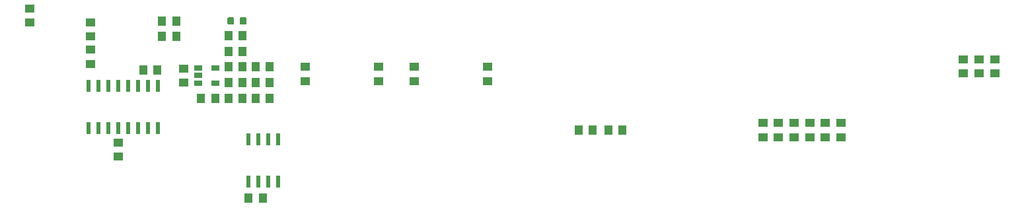
<source format=gbp>
G04 #@! TF.GenerationSoftware,KiCad,Pcbnew,(5.1.0-0)*
G04 #@! TF.CreationDate,2020-01-03T12:25:20+01:00*
G04 #@! TF.ProjectId,AddOnA,4164644f-6e41-42e6-9b69-6361645f7063,rev?*
G04 #@! TF.SameCoordinates,Original*
G04 #@! TF.FileFunction,Paste,Bot*
G04 #@! TF.FilePolarity,Positive*
%FSLAX46Y46*%
G04 Gerber Fmt 4.6, Leading zero omitted, Abs format (unit mm)*
G04 Created by KiCad (PCBNEW (5.1.0-0)) date 2020-01-03 12:25:20*
%MOMM*%
%LPD*%
G04 APERTURE LIST*
%ADD10R,1.300000X1.000000*%
%ADD11R,1.000000X1.300000*%
%ADD12C,0.100000*%
%ADD13C,0.875000*%
%ADD14R,1.060000X0.650000*%
%ADD15R,0.600000X1.500000*%
%ADD16R,0.600000X1.550000*%
G04 APERTURE END LIST*
D10*
X85300000Y79600000D03*
X85300000Y77800000D03*
X94700000Y79600000D03*
X94700000Y77800000D03*
X71300000Y79600000D03*
X71300000Y77800000D03*
X80700000Y79600000D03*
X80700000Y77800000D03*
X130000000Y70600000D03*
X130000000Y72400000D03*
X132000000Y70600000D03*
X132000000Y72400000D03*
X136000000Y70600000D03*
X136000000Y72400000D03*
X138000000Y70600000D03*
X138000000Y72400000D03*
X36000000Y85300000D03*
X36000000Y87100000D03*
X134000000Y72400000D03*
X134000000Y70600000D03*
X140000000Y72400000D03*
X140000000Y70600000D03*
D11*
X106400000Y71500000D03*
X108200000Y71500000D03*
X112000000Y71500000D03*
X110200000Y71500000D03*
D10*
X157700000Y80600000D03*
X157700000Y78800000D03*
D11*
X53000000Y83500000D03*
X54800000Y83500000D03*
X50600000Y79200000D03*
X52400000Y79200000D03*
X53000000Y85500000D03*
X54800000Y85500000D03*
D10*
X159700000Y80600000D03*
X159700000Y78800000D03*
X155700000Y78800000D03*
X155700000Y80600000D03*
D11*
X63300000Y81600000D03*
X61500000Y81600000D03*
X66800000Y77600000D03*
X65000000Y77600000D03*
X61500000Y75600000D03*
X63300000Y75600000D03*
D10*
X55800000Y79400000D03*
X55800000Y77600000D03*
D12*
G36*
X63615191Y85973947D02*
G01*
X63636426Y85970797D01*
X63657250Y85965581D01*
X63677462Y85958349D01*
X63696868Y85949170D01*
X63715281Y85938134D01*
X63732524Y85925346D01*
X63748430Y85910930D01*
X63762846Y85895024D01*
X63775634Y85877781D01*
X63786670Y85859368D01*
X63795849Y85839962D01*
X63803081Y85819750D01*
X63808297Y85798926D01*
X63811447Y85777691D01*
X63812500Y85756250D01*
X63812500Y85243750D01*
X63811447Y85222309D01*
X63808297Y85201074D01*
X63803081Y85180250D01*
X63795849Y85160038D01*
X63786670Y85140632D01*
X63775634Y85122219D01*
X63762846Y85104976D01*
X63748430Y85089070D01*
X63732524Y85074654D01*
X63715281Y85061866D01*
X63696868Y85050830D01*
X63677462Y85041651D01*
X63657250Y85034419D01*
X63636426Y85029203D01*
X63615191Y85026053D01*
X63593750Y85025000D01*
X63156250Y85025000D01*
X63134809Y85026053D01*
X63113574Y85029203D01*
X63092750Y85034419D01*
X63072538Y85041651D01*
X63053132Y85050830D01*
X63034719Y85061866D01*
X63017476Y85074654D01*
X63001570Y85089070D01*
X62987154Y85104976D01*
X62974366Y85122219D01*
X62963330Y85140632D01*
X62954151Y85160038D01*
X62946919Y85180250D01*
X62941703Y85201074D01*
X62938553Y85222309D01*
X62937500Y85243750D01*
X62937500Y85756250D01*
X62938553Y85777691D01*
X62941703Y85798926D01*
X62946919Y85819750D01*
X62954151Y85839962D01*
X62963330Y85859368D01*
X62974366Y85877781D01*
X62987154Y85895024D01*
X63001570Y85910930D01*
X63017476Y85925346D01*
X63034719Y85938134D01*
X63053132Y85949170D01*
X63072538Y85958349D01*
X63092750Y85965581D01*
X63113574Y85970797D01*
X63134809Y85973947D01*
X63156250Y85975000D01*
X63593750Y85975000D01*
X63615191Y85973947D01*
X63615191Y85973947D01*
G37*
D13*
X63375000Y85500000D03*
D12*
G36*
X62040191Y85973947D02*
G01*
X62061426Y85970797D01*
X62082250Y85965581D01*
X62102462Y85958349D01*
X62121868Y85949170D01*
X62140281Y85938134D01*
X62157524Y85925346D01*
X62173430Y85910930D01*
X62187846Y85895024D01*
X62200634Y85877781D01*
X62211670Y85859368D01*
X62220849Y85839962D01*
X62228081Y85819750D01*
X62233297Y85798926D01*
X62236447Y85777691D01*
X62237500Y85756250D01*
X62237500Y85243750D01*
X62236447Y85222309D01*
X62233297Y85201074D01*
X62228081Y85180250D01*
X62220849Y85160038D01*
X62211670Y85140632D01*
X62200634Y85122219D01*
X62187846Y85104976D01*
X62173430Y85089070D01*
X62157524Y85074654D01*
X62140281Y85061866D01*
X62121868Y85050830D01*
X62102462Y85041651D01*
X62082250Y85034419D01*
X62061426Y85029203D01*
X62040191Y85026053D01*
X62018750Y85025000D01*
X61581250Y85025000D01*
X61559809Y85026053D01*
X61538574Y85029203D01*
X61517750Y85034419D01*
X61497538Y85041651D01*
X61478132Y85050830D01*
X61459719Y85061866D01*
X61442476Y85074654D01*
X61426570Y85089070D01*
X61412154Y85104976D01*
X61399366Y85122219D01*
X61388330Y85140632D01*
X61379151Y85160038D01*
X61371919Y85180250D01*
X61366703Y85201074D01*
X61363553Y85222309D01*
X61362500Y85243750D01*
X61362500Y85756250D01*
X61363553Y85777691D01*
X61366703Y85798926D01*
X61371919Y85819750D01*
X61379151Y85839962D01*
X61388330Y85859368D01*
X61399366Y85877781D01*
X61412154Y85895024D01*
X61426570Y85910930D01*
X61442476Y85925346D01*
X61459719Y85938134D01*
X61478132Y85949170D01*
X61497538Y85958349D01*
X61517750Y85965581D01*
X61538574Y85970797D01*
X61559809Y85973947D01*
X61581250Y85975000D01*
X62018750Y85975000D01*
X62040191Y85973947D01*
X62040191Y85973947D01*
G37*
D13*
X61800000Y85500000D03*
D14*
X57600000Y77550000D03*
X57600000Y78500000D03*
X57600000Y79450000D03*
X59800000Y79450000D03*
X59800000Y77550000D03*
D15*
X52445000Y71800000D03*
X51175000Y71800000D03*
X49905000Y71800000D03*
X48635000Y71800000D03*
X47365000Y71800000D03*
X46095000Y71800000D03*
X44825000Y71800000D03*
X43555000Y71800000D03*
X43555000Y77200000D03*
X44825000Y77200000D03*
X46095000Y77200000D03*
X47365000Y77200000D03*
X48635000Y77200000D03*
X49905000Y77200000D03*
X51175000Y77200000D03*
X52445000Y77200000D03*
D11*
X61500000Y83600000D03*
X63300000Y83600000D03*
X66800000Y79600000D03*
X65000000Y79600000D03*
X65000000Y75600000D03*
X66800000Y75600000D03*
X61500000Y79600000D03*
X63300000Y79600000D03*
X63300000Y77600000D03*
X61500000Y77600000D03*
X58000000Y75600000D03*
X59800000Y75600000D03*
D10*
X43800000Y80000000D03*
X43800000Y81800000D03*
X43800000Y85300000D03*
X43800000Y83500000D03*
D11*
X65900000Y62800000D03*
X64100000Y62800000D03*
D16*
X64095000Y70300000D03*
X65365000Y70300000D03*
X66635000Y70300000D03*
X67905000Y70300000D03*
X67905000Y64900000D03*
X66635000Y64900000D03*
X65365000Y64900000D03*
X64095000Y64900000D03*
D10*
X47400000Y69900000D03*
X47400000Y68100000D03*
M02*

</source>
